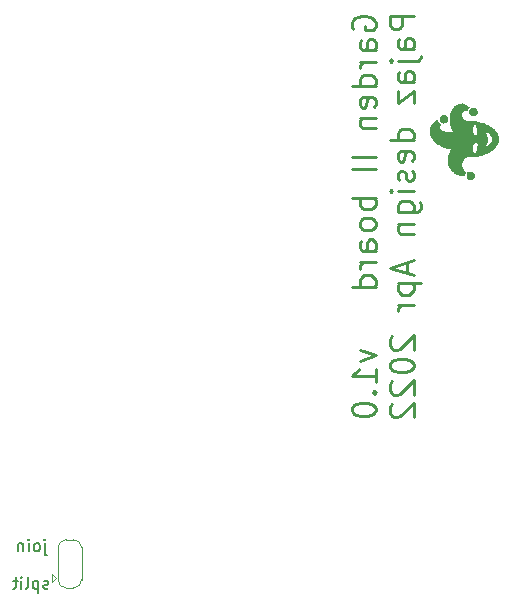
<source format=gbr>
%TF.GenerationSoftware,KiCad,Pcbnew,6.0.4-6f826c9f35~116~ubuntu20.04.1*%
%TF.CreationDate,2022-04-04T16:25:21+02:00*%
%TF.ProjectId,Hydroponics_board_v1,48796472-6f70-46f6-9e69-63735f626f61,rev?*%
%TF.SameCoordinates,Original*%
%TF.FileFunction,Legend,Bot*%
%TF.FilePolarity,Positive*%
%FSLAX46Y46*%
G04 Gerber Fmt 4.6, Leading zero omitted, Abs format (unit mm)*
G04 Created by KiCad (PCBNEW 6.0.4-6f826c9f35~116~ubuntu20.04.1) date 2022-04-04 16:25:21*
%MOMM*%
%LPD*%
G01*
G04 APERTURE LIST*
%ADD10C,0.000000*%
%ADD11C,0.250000*%
%ADD12C,0.150000*%
%ADD13C,0.120000*%
G04 APERTURE END LIST*
D10*
G36*
X156190596Y-50537079D02*
G01*
X156209135Y-50538489D01*
X156227406Y-50540812D01*
X156245384Y-50544024D01*
X156263047Y-50548101D01*
X156280372Y-50553023D01*
X156297336Y-50558764D01*
X156313916Y-50565303D01*
X156330089Y-50572616D01*
X156345833Y-50580681D01*
X156361123Y-50589474D01*
X156375937Y-50598972D01*
X156390253Y-50609153D01*
X156404047Y-50619994D01*
X156417296Y-50631471D01*
X156429977Y-50643562D01*
X156442068Y-50656243D01*
X156453545Y-50669492D01*
X156464386Y-50683286D01*
X156474567Y-50697602D01*
X156484065Y-50712416D01*
X156492858Y-50727707D01*
X156500923Y-50743450D01*
X156508236Y-50759623D01*
X156514775Y-50776203D01*
X156520516Y-50793167D01*
X156525437Y-50810492D01*
X156529515Y-50828155D01*
X156532727Y-50846133D01*
X156535049Y-50864404D01*
X156536460Y-50882943D01*
X156536935Y-50901729D01*
X156536460Y-50920515D01*
X156535049Y-50939054D01*
X156532727Y-50957324D01*
X156529515Y-50975303D01*
X156525437Y-50992966D01*
X156520516Y-51010291D01*
X156514775Y-51027255D01*
X156508236Y-51043835D01*
X156500923Y-51060008D01*
X156492858Y-51075751D01*
X156484065Y-51091041D01*
X156474567Y-51105856D01*
X156464386Y-51120172D01*
X156453545Y-51133965D01*
X156442068Y-51147215D01*
X156429977Y-51159896D01*
X156417296Y-51171987D01*
X156404047Y-51183464D01*
X156390253Y-51194304D01*
X156375937Y-51204486D01*
X156361123Y-51213984D01*
X156345832Y-51222777D01*
X156330089Y-51230842D01*
X156313916Y-51238155D01*
X156297336Y-51244694D01*
X156280372Y-51250435D01*
X156263047Y-51255356D01*
X156245384Y-51259434D01*
X156227406Y-51262646D01*
X156209135Y-51264968D01*
X156190596Y-51266379D01*
X156171810Y-51266854D01*
X156153024Y-51266379D01*
X156134485Y-51264968D01*
X156116214Y-51262646D01*
X156098236Y-51259434D01*
X156080573Y-51255356D01*
X156063248Y-51250435D01*
X156046284Y-51244694D01*
X156029704Y-51238155D01*
X156013531Y-51230842D01*
X155997788Y-51222777D01*
X155982497Y-51213984D01*
X155967683Y-51204486D01*
X155953367Y-51194304D01*
X155939573Y-51183464D01*
X155926324Y-51171987D01*
X155913643Y-51159896D01*
X155901552Y-51147215D01*
X155890075Y-51133965D01*
X155879234Y-51120172D01*
X155869053Y-51105856D01*
X155859555Y-51091041D01*
X155850762Y-51075751D01*
X155842697Y-51060008D01*
X155835384Y-51043835D01*
X155828845Y-51027255D01*
X155823104Y-51010291D01*
X155818182Y-50992966D01*
X155814105Y-50975303D01*
X155810893Y-50957324D01*
X155808570Y-50939054D01*
X155807160Y-50920515D01*
X155806685Y-50901729D01*
X155807160Y-50882943D01*
X155808570Y-50864404D01*
X155810893Y-50846133D01*
X155814105Y-50828155D01*
X155818182Y-50810492D01*
X155823104Y-50793167D01*
X155828845Y-50776203D01*
X155835384Y-50759623D01*
X155842697Y-50743450D01*
X155850762Y-50727706D01*
X155859555Y-50712416D01*
X155869053Y-50697602D01*
X155879234Y-50683286D01*
X155890075Y-50669492D01*
X155901552Y-50656243D01*
X155913643Y-50643562D01*
X155926324Y-50631471D01*
X155939573Y-50619994D01*
X155953367Y-50609153D01*
X155967683Y-50598972D01*
X155982497Y-50589474D01*
X155997788Y-50580681D01*
X156013531Y-50572616D01*
X156029704Y-50565303D01*
X156046284Y-50558764D01*
X156063248Y-50553023D01*
X156080573Y-50548101D01*
X156098236Y-50544024D01*
X156116215Y-50540812D01*
X156134485Y-50538489D01*
X156153024Y-50537079D01*
X156171810Y-50536604D01*
X156190596Y-50537079D01*
G37*
G36*
X157342186Y-51970141D02*
G01*
X157464430Y-52028861D01*
X157586272Y-52092883D01*
X157673386Y-52146447D01*
X157755490Y-52201585D01*
X157832508Y-52258321D01*
X157904367Y-52316679D01*
X157970993Y-52376684D01*
X158032310Y-52438360D01*
X158088244Y-52501730D01*
X158138722Y-52566818D01*
X158183668Y-52633649D01*
X158223008Y-52702247D01*
X158256668Y-52772635D01*
X158284573Y-52844837D01*
X158306650Y-52918879D01*
X158322822Y-52994783D01*
X158333017Y-53072573D01*
X158337159Y-53152275D01*
X158335710Y-53227317D01*
X158329402Y-53300444D01*
X158318422Y-53371659D01*
X158302956Y-53440964D01*
X158283190Y-53508365D01*
X158259311Y-53573863D01*
X158231504Y-53637463D01*
X158199956Y-53699169D01*
X158164854Y-53758983D01*
X158126383Y-53816909D01*
X158084729Y-53872950D01*
X158040080Y-53927111D01*
X157992620Y-53979395D01*
X157942537Y-54029804D01*
X157835245Y-54125015D01*
X157719692Y-54212773D01*
X157597370Y-54293104D01*
X157469767Y-54366038D01*
X157338374Y-54431601D01*
X157204680Y-54489822D01*
X157070175Y-54540729D01*
X156936350Y-54584350D01*
X156804693Y-54620712D01*
X156689566Y-54647969D01*
X156558366Y-54674853D01*
X156415061Y-54698810D01*
X156340110Y-54708893D01*
X156263620Y-54717285D01*
X156186089Y-54723669D01*
X156108012Y-54727724D01*
X156029886Y-54729131D01*
X155952206Y-54727571D01*
X155875468Y-54722724D01*
X155800169Y-54714272D01*
X155726805Y-54701893D01*
X155655872Y-54685271D01*
X155606375Y-54718138D01*
X155559883Y-54751927D01*
X155516398Y-54786599D01*
X155475925Y-54822117D01*
X155438466Y-54858444D01*
X155404025Y-54895543D01*
X155372605Y-54933376D01*
X155344210Y-54971905D01*
X155318842Y-55011095D01*
X155296505Y-55050907D01*
X155277203Y-55091303D01*
X155260938Y-55132248D01*
X155247714Y-55173703D01*
X155237535Y-55215631D01*
X155230403Y-55257995D01*
X155226321Y-55300758D01*
X155225294Y-55343881D01*
X155227324Y-55387329D01*
X155232415Y-55431063D01*
X155240570Y-55475047D01*
X155251791Y-55519242D01*
X155266084Y-55563613D01*
X155283450Y-55608120D01*
X155303894Y-55652728D01*
X155327418Y-55697398D01*
X155354025Y-55742094D01*
X155383720Y-55786779D01*
X155416505Y-55831414D01*
X155452384Y-55875962D01*
X155491359Y-55920387D01*
X155533435Y-55964651D01*
X155578614Y-56008716D01*
X155565936Y-56027811D01*
X155554112Y-56047199D01*
X155543164Y-56066887D01*
X155533114Y-56086884D01*
X155523985Y-56107197D01*
X155515799Y-56127835D01*
X155508579Y-56148804D01*
X155502348Y-56170112D01*
X155497127Y-56191768D01*
X155492940Y-56213779D01*
X155489808Y-56236152D01*
X155487755Y-56258896D01*
X155486802Y-56282019D01*
X155486972Y-56305527D01*
X155488288Y-56329429D01*
X155490772Y-56353733D01*
X155365123Y-56344267D01*
X155245144Y-56328983D01*
X155130827Y-56308057D01*
X155022163Y-56281666D01*
X154919143Y-56249985D01*
X154821756Y-56213189D01*
X154729995Y-56171455D01*
X154643850Y-56124959D01*
X154563311Y-56073877D01*
X154488369Y-56018383D01*
X154419016Y-55958655D01*
X154355242Y-55894868D01*
X154297038Y-55827198D01*
X154244394Y-55755820D01*
X154197301Y-55680911D01*
X154155751Y-55602647D01*
X154119734Y-55521203D01*
X154089241Y-55436755D01*
X154064262Y-55349479D01*
X154044788Y-55259552D01*
X154030811Y-55167148D01*
X154022321Y-55072443D01*
X154019308Y-54975614D01*
X154021765Y-54876837D01*
X154029680Y-54776287D01*
X154043046Y-54674140D01*
X154061852Y-54570572D01*
X154086090Y-54465758D01*
X154115751Y-54359876D01*
X154150825Y-54253100D01*
X154191303Y-54145606D01*
X154237177Y-54037570D01*
X154084138Y-54017458D01*
X153936524Y-53988605D01*
X153835227Y-53962135D01*
X156123006Y-53962135D01*
X156123010Y-53994759D01*
X156124710Y-54026914D01*
X156127988Y-54058461D01*
X156132725Y-54089267D01*
X156138803Y-54119194D01*
X156146105Y-54148108D01*
X156154512Y-54175872D01*
X156163905Y-54202350D01*
X156174168Y-54227407D01*
X156185181Y-54250906D01*
X156196827Y-54272713D01*
X156208987Y-54292690D01*
X156221544Y-54310703D01*
X156234379Y-54326615D01*
X156247374Y-54340291D01*
X156260411Y-54351594D01*
X156273372Y-54360389D01*
X156286139Y-54366540D01*
X156298594Y-54369911D01*
X156310618Y-54370366D01*
X156322094Y-54367770D01*
X156327731Y-54365345D01*
X156333331Y-54362235D01*
X156338896Y-54358436D01*
X156344426Y-54353946D01*
X156349922Y-54348761D01*
X156355385Y-54342879D01*
X156360815Y-54336296D01*
X156366213Y-54329009D01*
X156371580Y-54321015D01*
X156376917Y-54312311D01*
X156382225Y-54302894D01*
X156387504Y-54292761D01*
X156392754Y-54281908D01*
X156397978Y-54270333D01*
X156403176Y-54258033D01*
X156408348Y-54245004D01*
X156422534Y-54206659D01*
X156438938Y-54153976D01*
X156456431Y-54089989D01*
X156473881Y-54017735D01*
X156490160Y-53940250D01*
X156504137Y-53860571D01*
X156514435Y-53783570D01*
X157203685Y-53783570D01*
X157227218Y-53778807D01*
X157250391Y-53773442D01*
X157273203Y-53767469D01*
X157295653Y-53760882D01*
X157317739Y-53753676D01*
X157339463Y-53745842D01*
X157360822Y-53737377D01*
X157381816Y-53728272D01*
X157402444Y-53718523D01*
X157422705Y-53708123D01*
X157442599Y-53697065D01*
X157462125Y-53685344D01*
X157481282Y-53672953D01*
X157500069Y-53659886D01*
X157518486Y-53646137D01*
X157536531Y-53631699D01*
X157562016Y-53609751D01*
X157585794Y-53587376D01*
X157607882Y-53564596D01*
X157628293Y-53541431D01*
X157647042Y-53517902D01*
X157664145Y-53494029D01*
X157679616Y-53469832D01*
X157693470Y-53445333D01*
X157705722Y-53420552D01*
X157716386Y-53395510D01*
X157725478Y-53370226D01*
X157733012Y-53344722D01*
X157739003Y-53319017D01*
X157743466Y-53293134D01*
X157746416Y-53267091D01*
X157747867Y-53240910D01*
X157747834Y-53214611D01*
X157746333Y-53188215D01*
X157743378Y-53161742D01*
X157738984Y-53135213D01*
X157733165Y-53108648D01*
X157725937Y-53082068D01*
X157717314Y-53055494D01*
X157707311Y-53028946D01*
X157695943Y-53002444D01*
X157683225Y-52976009D01*
X157669172Y-52949662D01*
X157653798Y-52923422D01*
X157637118Y-52897312D01*
X157619148Y-52871351D01*
X157599901Y-52845559D01*
X157579393Y-52819958D01*
X157560735Y-52798421D01*
X157541652Y-52778236D01*
X157522114Y-52759366D01*
X157502094Y-52741774D01*
X157481561Y-52725421D01*
X157460489Y-52710272D01*
X157438847Y-52696288D01*
X157416608Y-52683433D01*
X157393743Y-52671669D01*
X157370222Y-52660960D01*
X157346018Y-52651267D01*
X157321102Y-52642555D01*
X157295445Y-52634785D01*
X157269017Y-52627920D01*
X157241792Y-52621923D01*
X157213739Y-52616758D01*
X157255920Y-52691253D01*
X157292723Y-52765518D01*
X157324076Y-52839556D01*
X157349909Y-52913372D01*
X157370152Y-52986972D01*
X157384733Y-53060359D01*
X157393584Y-53133538D01*
X157396632Y-53206514D01*
X157393808Y-53279292D01*
X157385041Y-53351876D01*
X157370261Y-53424271D01*
X157349396Y-53496481D01*
X157322377Y-53568511D01*
X157289132Y-53640367D01*
X157249592Y-53712051D01*
X157203685Y-53783570D01*
X156514435Y-53783570D01*
X156514681Y-53781734D01*
X156520663Y-53706775D01*
X156520952Y-53638730D01*
X156518609Y-53608249D01*
X156514418Y-53580636D01*
X156508240Y-53556269D01*
X156499932Y-53535528D01*
X156489353Y-53518794D01*
X156476362Y-53506444D01*
X156460818Y-53498859D01*
X156442579Y-53496419D01*
X156421504Y-53499502D01*
X156397452Y-53508489D01*
X156370282Y-53523759D01*
X156339852Y-53545691D01*
X156306021Y-53574666D01*
X156268648Y-53611062D01*
X156242205Y-53639896D01*
X156218757Y-53669755D01*
X156198186Y-53700501D01*
X156180373Y-53731999D01*
X156165201Y-53764114D01*
X156152551Y-53796709D01*
X156142306Y-53829648D01*
X156134347Y-53862796D01*
X156128556Y-53896018D01*
X156124815Y-53929176D01*
X156123006Y-53962135D01*
X153835227Y-53962135D01*
X153794566Y-53951510D01*
X153658495Y-53906669D01*
X153528543Y-53854579D01*
X153404940Y-53795738D01*
X153287919Y-53730641D01*
X153177711Y-53659787D01*
X153074546Y-53583672D01*
X152978656Y-53502792D01*
X152890273Y-53417646D01*
X152809627Y-53328730D01*
X152736950Y-53236541D01*
X152672473Y-53141575D01*
X152616428Y-53044331D01*
X152569045Y-52945304D01*
X152530556Y-52844993D01*
X152501193Y-52743892D01*
X152481187Y-52642501D01*
X152470768Y-52541316D01*
X152470168Y-52440833D01*
X152479619Y-52341549D01*
X152499352Y-52243963D01*
X152529597Y-52148570D01*
X152570587Y-52055867D01*
X152622553Y-51966352D01*
X152685725Y-51880521D01*
X152760336Y-51798872D01*
X152846616Y-51721901D01*
X152944796Y-51650106D01*
X153055109Y-51583983D01*
X153177785Y-51524029D01*
X153177763Y-51554474D01*
X153179519Y-51584482D01*
X153183108Y-51614037D01*
X153188583Y-51643125D01*
X153196000Y-51671728D01*
X153205411Y-51699832D01*
X153210882Y-51713692D01*
X153216872Y-51727422D01*
X153223388Y-51741019D01*
X153230437Y-51754481D01*
X153238025Y-51767807D01*
X153246160Y-51780995D01*
X153254847Y-51794042D01*
X153264095Y-51806947D01*
X153273909Y-51819708D01*
X153284297Y-51832323D01*
X153295264Y-51844789D01*
X153306819Y-51857106D01*
X153318967Y-51869271D01*
X153331716Y-51881282D01*
X153359043Y-51904835D01*
X153388854Y-51927748D01*
X153421202Y-51950008D01*
X153387858Y-52028607D01*
X153375966Y-52066126D01*
X153367279Y-52102450D01*
X153361812Y-52137575D01*
X153359579Y-52171496D01*
X153360593Y-52204206D01*
X153364870Y-52235700D01*
X153372424Y-52265974D01*
X153383268Y-52295021D01*
X153397417Y-52322837D01*
X153414886Y-52349416D01*
X153435688Y-52374753D01*
X153459838Y-52398842D01*
X153487350Y-52421679D01*
X153518238Y-52443257D01*
X153552516Y-52463572D01*
X153590199Y-52482618D01*
X153675837Y-52516883D01*
X153775265Y-52546008D01*
X153888596Y-52569952D01*
X154015946Y-52588670D01*
X154157426Y-52602122D01*
X154313153Y-52610264D01*
X154483239Y-52613054D01*
X154442149Y-52546506D01*
X154402955Y-52475323D01*
X154370542Y-52409419D01*
X156125743Y-52409419D01*
X156126272Y-52442411D01*
X156128721Y-52475673D01*
X156133214Y-52509072D01*
X156139874Y-52542478D01*
X156148825Y-52575758D01*
X156160190Y-52608782D01*
X156174092Y-52641418D01*
X156190654Y-52673534D01*
X156210000Y-52705000D01*
X156232253Y-52735684D01*
X156257535Y-52765454D01*
X156293422Y-52803270D01*
X156326059Y-52833534D01*
X156355573Y-52856630D01*
X156382089Y-52872943D01*
X156405734Y-52882856D01*
X156426635Y-52886755D01*
X156442579Y-52885247D01*
X156444918Y-52885025D01*
X156460710Y-52878050D01*
X156474137Y-52866215D01*
X156485325Y-52849904D01*
X156494402Y-52829503D01*
X156501492Y-52805395D01*
X156506724Y-52777966D01*
X156510222Y-52747600D01*
X156512527Y-52679596D01*
X156509418Y-52604461D01*
X156501908Y-52525272D01*
X156491006Y-52445106D01*
X156477726Y-52367041D01*
X156463079Y-52294153D01*
X156448075Y-52229522D01*
X156433728Y-52176222D01*
X156421048Y-52137333D01*
X156416359Y-52124111D01*
X156411622Y-52111628D01*
X156406834Y-52099878D01*
X156401997Y-52088856D01*
X156397111Y-52078557D01*
X156392175Y-52068974D01*
X156387189Y-52060103D01*
X156382154Y-52051939D01*
X156377069Y-52044475D01*
X156371934Y-52037706D01*
X156366750Y-52031627D01*
X156361516Y-52026233D01*
X156356233Y-52021517D01*
X156350900Y-52017476D01*
X156345517Y-52014102D01*
X156340085Y-52011391D01*
X156328747Y-52008385D01*
X156316741Y-52008407D01*
X156304191Y-52011325D01*
X156291220Y-52017009D01*
X156277951Y-52025327D01*
X156264508Y-52036148D01*
X156251014Y-52049339D01*
X156237592Y-52064771D01*
X156224365Y-52082311D01*
X156211457Y-52101828D01*
X156198991Y-52123190D01*
X156187090Y-52146267D01*
X156175877Y-52170926D01*
X156165476Y-52197037D01*
X156156009Y-52224468D01*
X156147601Y-52253088D01*
X156140374Y-52282765D01*
X156134451Y-52313368D01*
X156129956Y-52344766D01*
X156127013Y-52376826D01*
X156125743Y-52409419D01*
X154370542Y-52409419D01*
X154365863Y-52399905D01*
X154331080Y-52320655D01*
X154298812Y-52237976D01*
X154269265Y-52152269D01*
X154242646Y-52063937D01*
X154219160Y-51973382D01*
X154199015Y-51881007D01*
X154182416Y-51787212D01*
X154169570Y-51692401D01*
X154160682Y-51596976D01*
X154155960Y-51501339D01*
X154155610Y-51405893D01*
X154159837Y-51311038D01*
X154168848Y-51217178D01*
X154182850Y-51124715D01*
X154202048Y-51034051D01*
X154226650Y-50945589D01*
X154256860Y-50859729D01*
X154292886Y-50776876D01*
X154334934Y-50697430D01*
X154383211Y-50621794D01*
X154437921Y-50550370D01*
X154499272Y-50483561D01*
X154567470Y-50421769D01*
X154642722Y-50365395D01*
X154725233Y-50314843D01*
X154815209Y-50270513D01*
X154912858Y-50232810D01*
X155018386Y-50202133D01*
X155131997Y-50178887D01*
X155175827Y-50173582D01*
X155220199Y-50172114D01*
X155265110Y-50174428D01*
X155310558Y-50180466D01*
X155356539Y-50190173D01*
X155403051Y-50203490D01*
X155450089Y-50220363D01*
X155497652Y-50240734D01*
X155545735Y-50264546D01*
X155594336Y-50291743D01*
X155643452Y-50322269D01*
X155693080Y-50356067D01*
X155743216Y-50393080D01*
X155793857Y-50433252D01*
X155845001Y-50476526D01*
X155896643Y-50522845D01*
X155877730Y-50535440D01*
X155859689Y-50548621D01*
X155842521Y-50562388D01*
X155826231Y-50576746D01*
X155810822Y-50591696D01*
X155796296Y-50607240D01*
X155782657Y-50623382D01*
X155769908Y-50640122D01*
X155758052Y-50657464D01*
X155747092Y-50675410D01*
X155737031Y-50693962D01*
X155727872Y-50713122D01*
X155719619Y-50732893D01*
X155712274Y-50753278D01*
X155705841Y-50774278D01*
X155700323Y-50795895D01*
X155646096Y-50794044D01*
X155594685Y-50796192D01*
X155546158Y-50802133D01*
X155500586Y-50811663D01*
X155458036Y-50824575D01*
X155418578Y-50840665D01*
X155382280Y-50859726D01*
X155349212Y-50881554D01*
X155319442Y-50905943D01*
X155293039Y-50932688D01*
X155270072Y-50961583D01*
X155250610Y-50992423D01*
X155234722Y-51025002D01*
X155222477Y-51059116D01*
X155213943Y-51094557D01*
X155209190Y-51131123D01*
X155208286Y-51168605D01*
X155211300Y-51206801D01*
X155218301Y-51245503D01*
X155229359Y-51284507D01*
X155244541Y-51323606D01*
X155263918Y-51362597D01*
X155287557Y-51401273D01*
X155315527Y-51439428D01*
X155347898Y-51476859D01*
X155384739Y-51513358D01*
X155426118Y-51548721D01*
X155472103Y-51582742D01*
X155522766Y-51615216D01*
X155578173Y-51645937D01*
X155638393Y-51674700D01*
X155703497Y-51701300D01*
X155765950Y-51691993D01*
X155829417Y-51684989D01*
X155893496Y-51680108D01*
X155957786Y-51677173D01*
X156021888Y-51676006D01*
X156085399Y-51676427D01*
X156147920Y-51678259D01*
X156209050Y-51681324D01*
X156325532Y-51690438D01*
X156328747Y-51690798D01*
X156431639Y-51702342D01*
X156524165Y-51715610D01*
X156599905Y-51728817D01*
X156662357Y-51741678D01*
X156724699Y-51755855D01*
X156849052Y-51788158D01*
X156972971Y-51825732D01*
X157096462Y-51868583D01*
X157213739Y-51914452D01*
X157219531Y-51916717D01*
X157342186Y-51970141D01*
G37*
G36*
X153694517Y-51143504D02*
G01*
X153713056Y-51144914D01*
X153731326Y-51147237D01*
X153749305Y-51150449D01*
X153766968Y-51154526D01*
X153784293Y-51159448D01*
X153801257Y-51165189D01*
X153817837Y-51171728D01*
X153834010Y-51179041D01*
X153849753Y-51187106D01*
X153865043Y-51195899D01*
X153879858Y-51205397D01*
X153894174Y-51215578D01*
X153907967Y-51226419D01*
X153921217Y-51237896D01*
X153933898Y-51249987D01*
X153945989Y-51262668D01*
X153957466Y-51275917D01*
X153968307Y-51289711D01*
X153978488Y-51304027D01*
X153987986Y-51318841D01*
X153996779Y-51334132D01*
X154004844Y-51349875D01*
X154012157Y-51366048D01*
X154018696Y-51382628D01*
X154024437Y-51399592D01*
X154029358Y-51416917D01*
X154033436Y-51434580D01*
X154036648Y-51452558D01*
X154038970Y-51470829D01*
X154040381Y-51489368D01*
X154040856Y-51508154D01*
X154040381Y-51526940D01*
X154038970Y-51545479D01*
X154036648Y-51563749D01*
X154033436Y-51581728D01*
X154029358Y-51599391D01*
X154024437Y-51616716D01*
X154018696Y-51633680D01*
X154012157Y-51650260D01*
X154004844Y-51666433D01*
X153996779Y-51682176D01*
X153987986Y-51697466D01*
X153978488Y-51712281D01*
X153968307Y-51726597D01*
X153957466Y-51740390D01*
X153945989Y-51753640D01*
X153933898Y-51766321D01*
X153921217Y-51778412D01*
X153907967Y-51789889D01*
X153894174Y-51800730D01*
X153879858Y-51810911D01*
X153865043Y-51820409D01*
X153849753Y-51829202D01*
X153834010Y-51837267D01*
X153817837Y-51844580D01*
X153801257Y-51851119D01*
X153784293Y-51856860D01*
X153766968Y-51861781D01*
X153749305Y-51865859D01*
X153731326Y-51869071D01*
X153713056Y-51871393D01*
X153694517Y-51872804D01*
X153675731Y-51873279D01*
X153656945Y-51872804D01*
X153638406Y-51871393D01*
X153620135Y-51869071D01*
X153602157Y-51865859D01*
X153584494Y-51861781D01*
X153567169Y-51856860D01*
X153550205Y-51851119D01*
X153533625Y-51844580D01*
X153517452Y-51837267D01*
X153501709Y-51829202D01*
X153486418Y-51820409D01*
X153471604Y-51810911D01*
X153457288Y-51800730D01*
X153443494Y-51789889D01*
X153430245Y-51778412D01*
X153417564Y-51766321D01*
X153405473Y-51753640D01*
X153393996Y-51740390D01*
X153383155Y-51726597D01*
X153372974Y-51712281D01*
X153363476Y-51697466D01*
X153354683Y-51682176D01*
X153346618Y-51666433D01*
X153339305Y-51650260D01*
X153332766Y-51633680D01*
X153327025Y-51616716D01*
X153322104Y-51599391D01*
X153318026Y-51581728D01*
X153314814Y-51563749D01*
X153312492Y-51545479D01*
X153311081Y-51526940D01*
X153310606Y-51508154D01*
X153311081Y-51489368D01*
X153312492Y-51470829D01*
X153314814Y-51452558D01*
X153318026Y-51434580D01*
X153322104Y-51416917D01*
X153327025Y-51399592D01*
X153332766Y-51382628D01*
X153339305Y-51366048D01*
X153346618Y-51349875D01*
X153354683Y-51334131D01*
X153363476Y-51318841D01*
X153372974Y-51304027D01*
X153383155Y-51289711D01*
X153393996Y-51275917D01*
X153405473Y-51262668D01*
X153417564Y-51249987D01*
X153430245Y-51237896D01*
X153443494Y-51226419D01*
X153457288Y-51215578D01*
X153471604Y-51205397D01*
X153486418Y-51195899D01*
X153501709Y-51187106D01*
X153517452Y-51179041D01*
X153533625Y-51171728D01*
X153550205Y-51165189D01*
X153567169Y-51159448D01*
X153584494Y-51154526D01*
X153602157Y-51150449D01*
X153620135Y-51147237D01*
X153638406Y-51144914D01*
X153656945Y-51143504D01*
X153675731Y-51143029D01*
X153694517Y-51143504D01*
G37*
G36*
X155861313Y-55944633D02*
G01*
X155880889Y-55946043D01*
X155900800Y-55948366D01*
X155920981Y-55951577D01*
X155941365Y-55955655D01*
X155961885Y-55960576D01*
X155982476Y-55966318D01*
X156003072Y-55972857D01*
X156023605Y-55980170D01*
X156044010Y-55988234D01*
X156064221Y-55997027D01*
X156084171Y-56006526D01*
X156103793Y-56016707D01*
X156123023Y-56027548D01*
X156141792Y-56039025D01*
X156160036Y-56051115D01*
X156177687Y-56063797D01*
X156194680Y-56077046D01*
X156210949Y-56090840D01*
X156226426Y-56105156D01*
X156241046Y-56119970D01*
X156254742Y-56135260D01*
X156267448Y-56151004D01*
X156279099Y-56167177D01*
X156289626Y-56183757D01*
X156298966Y-56200721D01*
X156307050Y-56218046D01*
X156313813Y-56235709D01*
X156319188Y-56253687D01*
X156323110Y-56271958D01*
X156325511Y-56290497D01*
X156326327Y-56309283D01*
X156325852Y-56328069D01*
X156324441Y-56346608D01*
X156322119Y-56364879D01*
X156318907Y-56382857D01*
X156314829Y-56400520D01*
X156309908Y-56417845D01*
X156304166Y-56434809D01*
X156297628Y-56451389D01*
X156290314Y-56467562D01*
X156282250Y-56483305D01*
X156273457Y-56498596D01*
X156263958Y-56513410D01*
X156253777Y-56527726D01*
X156242937Y-56541520D01*
X156231460Y-56554769D01*
X156219369Y-56567450D01*
X156206687Y-56579541D01*
X156193438Y-56591018D01*
X156179644Y-56601859D01*
X156165329Y-56612040D01*
X156150514Y-56621538D01*
X156135224Y-56630331D01*
X156119481Y-56638396D01*
X156103308Y-56645709D01*
X156086727Y-56652248D01*
X156069763Y-56657989D01*
X156052438Y-56662911D01*
X156034775Y-56666989D01*
X156016797Y-56670200D01*
X155998527Y-56672523D01*
X155979987Y-56673933D01*
X155961201Y-56674408D01*
X155942416Y-56673933D01*
X155923876Y-56672523D01*
X155905606Y-56670200D01*
X155887628Y-56666988D01*
X155869965Y-56662911D01*
X155852640Y-56657989D01*
X155835676Y-56652248D01*
X155819096Y-56645709D01*
X155802923Y-56638396D01*
X155787179Y-56630331D01*
X155771889Y-56621538D01*
X155757075Y-56612040D01*
X155742759Y-56601859D01*
X155728965Y-56591018D01*
X155715716Y-56579541D01*
X155703035Y-56567450D01*
X155690944Y-56554769D01*
X155679467Y-56541520D01*
X155668626Y-56527726D01*
X155658445Y-56513410D01*
X155648947Y-56498596D01*
X155640154Y-56483305D01*
X155632089Y-56467562D01*
X155624776Y-56451389D01*
X155618237Y-56434809D01*
X155612496Y-56417845D01*
X155607574Y-56400520D01*
X155603496Y-56382857D01*
X155600285Y-56364879D01*
X155597962Y-56346608D01*
X155596552Y-56328069D01*
X155596077Y-56309283D01*
X155596619Y-56271958D01*
X155598359Y-56235709D01*
X155601462Y-56200721D01*
X155606098Y-56167177D01*
X155609042Y-56151004D01*
X155612432Y-56135260D01*
X155616289Y-56119970D01*
X155620633Y-56105156D01*
X155625486Y-56090840D01*
X155630868Y-56077046D01*
X155636801Y-56063797D01*
X155643305Y-56051115D01*
X155650401Y-56039025D01*
X155658110Y-56027548D01*
X155666453Y-56016707D01*
X155675452Y-56006526D01*
X155685126Y-55997027D01*
X155695497Y-55988234D01*
X155706586Y-55980170D01*
X155718413Y-55972857D01*
X155731001Y-55966318D01*
X155744368Y-55960576D01*
X155758538Y-55955655D01*
X155773529Y-55951577D01*
X155789364Y-55948366D01*
X155806064Y-55946043D01*
X155823648Y-55944633D01*
X155842139Y-55944158D01*
X155861313Y-55944633D01*
G37*
D11*
X145980000Y-43880476D02*
X145884761Y-43690000D01*
X145884761Y-43404285D01*
X145980000Y-43118571D01*
X146170476Y-42928095D01*
X146360952Y-42832857D01*
X146741904Y-42737619D01*
X147027619Y-42737619D01*
X147408571Y-42832857D01*
X147599047Y-42928095D01*
X147789523Y-43118571D01*
X147884761Y-43404285D01*
X147884761Y-43594761D01*
X147789523Y-43880476D01*
X147694285Y-43975714D01*
X147027619Y-43975714D01*
X147027619Y-43594761D01*
X147884761Y-45690000D02*
X146837142Y-45690000D01*
X146646666Y-45594761D01*
X146551428Y-45404285D01*
X146551428Y-45023333D01*
X146646666Y-44832857D01*
X147789523Y-45690000D02*
X147884761Y-45499523D01*
X147884761Y-45023333D01*
X147789523Y-44832857D01*
X147599047Y-44737619D01*
X147408571Y-44737619D01*
X147218095Y-44832857D01*
X147122857Y-45023333D01*
X147122857Y-45499523D01*
X147027619Y-45690000D01*
X147884761Y-46642380D02*
X146551428Y-46642380D01*
X146932380Y-46642380D02*
X146741904Y-46737619D01*
X146646666Y-46832857D01*
X146551428Y-47023333D01*
X146551428Y-47213809D01*
X147884761Y-48737619D02*
X145884761Y-48737619D01*
X147789523Y-48737619D02*
X147884761Y-48547142D01*
X147884761Y-48166190D01*
X147789523Y-47975714D01*
X147694285Y-47880476D01*
X147503809Y-47785238D01*
X146932380Y-47785238D01*
X146741904Y-47880476D01*
X146646666Y-47975714D01*
X146551428Y-48166190D01*
X146551428Y-48547142D01*
X146646666Y-48737619D01*
X147789523Y-50451904D02*
X147884761Y-50261428D01*
X147884761Y-49880476D01*
X147789523Y-49690000D01*
X147599047Y-49594761D01*
X146837142Y-49594761D01*
X146646666Y-49690000D01*
X146551428Y-49880476D01*
X146551428Y-50261428D01*
X146646666Y-50451904D01*
X146837142Y-50547142D01*
X147027619Y-50547142D01*
X147218095Y-49594761D01*
X146551428Y-51404285D02*
X147884761Y-51404285D01*
X146741904Y-51404285D02*
X146646666Y-51499523D01*
X146551428Y-51690000D01*
X146551428Y-51975714D01*
X146646666Y-52166190D01*
X146837142Y-52261428D01*
X147884761Y-52261428D01*
X147884761Y-54737619D02*
X145884761Y-54737619D01*
X147884761Y-55690000D02*
X145884761Y-55690000D01*
X147884761Y-58166190D02*
X145884761Y-58166190D01*
X146646666Y-58166190D02*
X146551428Y-58356666D01*
X146551428Y-58737619D01*
X146646666Y-58928095D01*
X146741904Y-59023333D01*
X146932380Y-59118571D01*
X147503809Y-59118571D01*
X147694285Y-59023333D01*
X147789523Y-58928095D01*
X147884761Y-58737619D01*
X147884761Y-58356666D01*
X147789523Y-58166190D01*
X147884761Y-60261428D02*
X147789523Y-60070952D01*
X147694285Y-59975714D01*
X147503809Y-59880476D01*
X146932380Y-59880476D01*
X146741904Y-59975714D01*
X146646666Y-60070952D01*
X146551428Y-60261428D01*
X146551428Y-60547142D01*
X146646666Y-60737619D01*
X146741904Y-60832857D01*
X146932380Y-60928095D01*
X147503809Y-60928095D01*
X147694285Y-60832857D01*
X147789523Y-60737619D01*
X147884761Y-60547142D01*
X147884761Y-60261428D01*
X147884761Y-62642380D02*
X146837142Y-62642380D01*
X146646666Y-62547142D01*
X146551428Y-62356666D01*
X146551428Y-61975714D01*
X146646666Y-61785238D01*
X147789523Y-62642380D02*
X147884761Y-62451904D01*
X147884761Y-61975714D01*
X147789523Y-61785238D01*
X147599047Y-61690000D01*
X147408571Y-61690000D01*
X147218095Y-61785238D01*
X147122857Y-61975714D01*
X147122857Y-62451904D01*
X147027619Y-62642380D01*
X147884761Y-63594761D02*
X146551428Y-63594761D01*
X146932380Y-63594761D02*
X146741904Y-63690000D01*
X146646666Y-63785238D01*
X146551428Y-63975714D01*
X146551428Y-64166190D01*
X147884761Y-65690000D02*
X145884761Y-65690000D01*
X147789523Y-65690000D02*
X147884761Y-65499523D01*
X147884761Y-65118571D01*
X147789523Y-64928095D01*
X147694285Y-64832857D01*
X147503809Y-64737619D01*
X146932380Y-64737619D01*
X146741904Y-64832857D01*
X146646666Y-64928095D01*
X146551428Y-65118571D01*
X146551428Y-65499523D01*
X146646666Y-65690000D01*
X146551428Y-71023333D02*
X147884761Y-71499523D01*
X146551428Y-71975714D01*
X147884761Y-73785238D02*
X147884761Y-72642380D01*
X147884761Y-73213809D02*
X145884761Y-73213809D01*
X146170476Y-73023333D01*
X146360952Y-72832857D01*
X146456190Y-72642380D01*
X147694285Y-74642380D02*
X147789523Y-74737619D01*
X147884761Y-74642380D01*
X147789523Y-74547142D01*
X147694285Y-74642380D01*
X147884761Y-74642380D01*
X145884761Y-75975714D02*
X145884761Y-76166190D01*
X145980000Y-76356666D01*
X146075238Y-76451904D01*
X146265714Y-76547142D01*
X146646666Y-76642380D01*
X147122857Y-76642380D01*
X147503809Y-76547142D01*
X147694285Y-76451904D01*
X147789523Y-76356666D01*
X147884761Y-76166190D01*
X147884761Y-75975714D01*
X147789523Y-75785238D01*
X147694285Y-75690000D01*
X147503809Y-75594761D01*
X147122857Y-75499523D01*
X146646666Y-75499523D01*
X146265714Y-75594761D01*
X146075238Y-75690000D01*
X145980000Y-75785238D01*
X145884761Y-75975714D01*
X151104761Y-42737619D02*
X149104761Y-42737619D01*
X149104761Y-43499523D01*
X149200000Y-43690000D01*
X149295238Y-43785238D01*
X149485714Y-43880476D01*
X149771428Y-43880476D01*
X149961904Y-43785238D01*
X150057142Y-43690000D01*
X150152380Y-43499523D01*
X150152380Y-42737619D01*
X151104761Y-45594761D02*
X150057142Y-45594761D01*
X149866666Y-45499523D01*
X149771428Y-45309047D01*
X149771428Y-44928095D01*
X149866666Y-44737619D01*
X151009523Y-45594761D02*
X151104761Y-45404285D01*
X151104761Y-44928095D01*
X151009523Y-44737619D01*
X150819047Y-44642380D01*
X150628571Y-44642380D01*
X150438095Y-44737619D01*
X150342857Y-44928095D01*
X150342857Y-45404285D01*
X150247619Y-45594761D01*
X149771428Y-46547142D02*
X151485714Y-46547142D01*
X151676190Y-46451904D01*
X151771428Y-46261428D01*
X151771428Y-46166190D01*
X149104761Y-46547142D02*
X149200000Y-46451904D01*
X149295238Y-46547142D01*
X149200000Y-46642380D01*
X149104761Y-46547142D01*
X149295238Y-46547142D01*
X151104761Y-48356666D02*
X150057142Y-48356666D01*
X149866666Y-48261428D01*
X149771428Y-48070952D01*
X149771428Y-47690000D01*
X149866666Y-47499523D01*
X151009523Y-48356666D02*
X151104761Y-48166190D01*
X151104761Y-47690000D01*
X151009523Y-47499523D01*
X150819047Y-47404285D01*
X150628571Y-47404285D01*
X150438095Y-47499523D01*
X150342857Y-47690000D01*
X150342857Y-48166190D01*
X150247619Y-48356666D01*
X149771428Y-49118571D02*
X149771428Y-50166190D01*
X151104761Y-49118571D01*
X151104761Y-50166190D01*
X151104761Y-53309047D02*
X149104761Y-53309047D01*
X151009523Y-53309047D02*
X151104761Y-53118571D01*
X151104761Y-52737619D01*
X151009523Y-52547142D01*
X150914285Y-52451904D01*
X150723809Y-52356666D01*
X150152380Y-52356666D01*
X149961904Y-52451904D01*
X149866666Y-52547142D01*
X149771428Y-52737619D01*
X149771428Y-53118571D01*
X149866666Y-53309047D01*
X151009523Y-55023333D02*
X151104761Y-54832857D01*
X151104761Y-54451904D01*
X151009523Y-54261428D01*
X150819047Y-54166190D01*
X150057142Y-54166190D01*
X149866666Y-54261428D01*
X149771428Y-54451904D01*
X149771428Y-54832857D01*
X149866666Y-55023333D01*
X150057142Y-55118571D01*
X150247619Y-55118571D01*
X150438095Y-54166190D01*
X151009523Y-55880476D02*
X151104761Y-56070952D01*
X151104761Y-56451904D01*
X151009523Y-56642380D01*
X150819047Y-56737619D01*
X150723809Y-56737619D01*
X150533333Y-56642380D01*
X150438095Y-56451904D01*
X150438095Y-56166190D01*
X150342857Y-55975714D01*
X150152380Y-55880476D01*
X150057142Y-55880476D01*
X149866666Y-55975714D01*
X149771428Y-56166190D01*
X149771428Y-56451904D01*
X149866666Y-56642380D01*
X151104761Y-57594761D02*
X149771428Y-57594761D01*
X149104761Y-57594761D02*
X149200000Y-57499523D01*
X149295238Y-57594761D01*
X149200000Y-57690000D01*
X149104761Y-57594761D01*
X149295238Y-57594761D01*
X149771428Y-59404285D02*
X151390476Y-59404285D01*
X151580952Y-59309047D01*
X151676190Y-59213809D01*
X151771428Y-59023333D01*
X151771428Y-58737619D01*
X151676190Y-58547142D01*
X151009523Y-59404285D02*
X151104761Y-59213809D01*
X151104761Y-58832857D01*
X151009523Y-58642380D01*
X150914285Y-58547142D01*
X150723809Y-58451904D01*
X150152380Y-58451904D01*
X149961904Y-58547142D01*
X149866666Y-58642380D01*
X149771428Y-58832857D01*
X149771428Y-59213809D01*
X149866666Y-59404285D01*
X149771428Y-60356666D02*
X151104761Y-60356666D01*
X149961904Y-60356666D02*
X149866666Y-60451904D01*
X149771428Y-60642380D01*
X149771428Y-60928095D01*
X149866666Y-61118571D01*
X150057142Y-61213809D01*
X151104761Y-61213809D01*
X150533333Y-63594761D02*
X150533333Y-64547142D01*
X151104761Y-63404285D02*
X149104761Y-64070952D01*
X151104761Y-64737619D01*
X149771428Y-65404285D02*
X151771428Y-65404285D01*
X149866666Y-65404285D02*
X149771428Y-65594761D01*
X149771428Y-65975714D01*
X149866666Y-66166190D01*
X149961904Y-66261428D01*
X150152380Y-66356666D01*
X150723809Y-66356666D01*
X150914285Y-66261428D01*
X151009523Y-66166190D01*
X151104761Y-65975714D01*
X151104761Y-65594761D01*
X151009523Y-65404285D01*
X151104761Y-67213809D02*
X149771428Y-67213809D01*
X150152380Y-67213809D02*
X149961904Y-67309047D01*
X149866666Y-67404285D01*
X149771428Y-67594761D01*
X149771428Y-67785238D01*
X149295238Y-69880476D02*
X149200000Y-69975714D01*
X149104761Y-70166190D01*
X149104761Y-70642380D01*
X149200000Y-70832857D01*
X149295238Y-70928095D01*
X149485714Y-71023333D01*
X149676190Y-71023333D01*
X149961904Y-70928095D01*
X151104761Y-69785238D01*
X151104761Y-71023333D01*
X149104761Y-72261428D02*
X149104761Y-72451904D01*
X149200000Y-72642380D01*
X149295238Y-72737619D01*
X149485714Y-72832857D01*
X149866666Y-72928095D01*
X150342857Y-72928095D01*
X150723809Y-72832857D01*
X150914285Y-72737619D01*
X151009523Y-72642380D01*
X151104761Y-72451904D01*
X151104761Y-72261428D01*
X151009523Y-72070952D01*
X150914285Y-71975714D01*
X150723809Y-71880476D01*
X150342857Y-71785238D01*
X149866666Y-71785238D01*
X149485714Y-71880476D01*
X149295238Y-71975714D01*
X149200000Y-72070952D01*
X149104761Y-72261428D01*
X149295238Y-73690000D02*
X149200000Y-73785238D01*
X149104761Y-73975714D01*
X149104761Y-74451904D01*
X149200000Y-74642380D01*
X149295238Y-74737619D01*
X149485714Y-74832857D01*
X149676190Y-74832857D01*
X149961904Y-74737619D01*
X151104761Y-73594761D01*
X151104761Y-74832857D01*
X149295238Y-75594761D02*
X149200000Y-75690000D01*
X149104761Y-75880476D01*
X149104761Y-76356666D01*
X149200000Y-76547142D01*
X149295238Y-76642380D01*
X149485714Y-76737619D01*
X149676190Y-76737619D01*
X149961904Y-76642380D01*
X151104761Y-75499523D01*
X151104761Y-76737619D01*
D12*
X119887857Y-87415714D02*
X119887857Y-88272857D01*
X119935476Y-88368095D01*
X120030714Y-88415714D01*
X120078333Y-88415714D01*
X119887857Y-87082380D02*
X119935476Y-87130000D01*
X119887857Y-87177619D01*
X119840238Y-87130000D01*
X119887857Y-87082380D01*
X119887857Y-87177619D01*
X119268809Y-88082380D02*
X119364047Y-88034761D01*
X119411666Y-87987142D01*
X119459285Y-87891904D01*
X119459285Y-87606190D01*
X119411666Y-87510952D01*
X119364047Y-87463333D01*
X119268809Y-87415714D01*
X119125952Y-87415714D01*
X119030714Y-87463333D01*
X118983095Y-87510952D01*
X118935476Y-87606190D01*
X118935476Y-87891904D01*
X118983095Y-87987142D01*
X119030714Y-88034761D01*
X119125952Y-88082380D01*
X119268809Y-88082380D01*
X118506904Y-88082380D02*
X118506904Y-87415714D01*
X118506904Y-87082380D02*
X118554523Y-87130000D01*
X118506904Y-87177619D01*
X118459285Y-87130000D01*
X118506904Y-87082380D01*
X118506904Y-87177619D01*
X118030714Y-87415714D02*
X118030714Y-88082380D01*
X118030714Y-87510952D02*
X117983095Y-87463333D01*
X117887857Y-87415714D01*
X117745000Y-87415714D01*
X117649761Y-87463333D01*
X117602142Y-87558571D01*
X117602142Y-88082380D01*
X120197380Y-91209761D02*
X120102142Y-91257380D01*
X119911666Y-91257380D01*
X119816428Y-91209761D01*
X119768809Y-91114523D01*
X119768809Y-91066904D01*
X119816428Y-90971666D01*
X119911666Y-90924047D01*
X120054523Y-90924047D01*
X120149761Y-90876428D01*
X120197380Y-90781190D01*
X120197380Y-90733571D01*
X120149761Y-90638333D01*
X120054523Y-90590714D01*
X119911666Y-90590714D01*
X119816428Y-90638333D01*
X119340238Y-90590714D02*
X119340238Y-91590714D01*
X119340238Y-90638333D02*
X119245000Y-90590714D01*
X119054523Y-90590714D01*
X118959285Y-90638333D01*
X118911666Y-90685952D01*
X118864047Y-90781190D01*
X118864047Y-91066904D01*
X118911666Y-91162142D01*
X118959285Y-91209761D01*
X119054523Y-91257380D01*
X119245000Y-91257380D01*
X119340238Y-91209761D01*
X118292619Y-91257380D02*
X118387857Y-91209761D01*
X118435476Y-91114523D01*
X118435476Y-90257380D01*
X117911666Y-91257380D02*
X117911666Y-90590714D01*
X117911666Y-90257380D02*
X117959285Y-90305000D01*
X117911666Y-90352619D01*
X117864047Y-90305000D01*
X117911666Y-90257380D01*
X117911666Y-90352619D01*
X117578333Y-90590714D02*
X117197380Y-90590714D01*
X117435476Y-90257380D02*
X117435476Y-91114523D01*
X117387857Y-91209761D01*
X117292619Y-91257380D01*
X117197380Y-91257380D01*
D13*
%TO.C,JP7*%
X123000000Y-90554000D02*
X123000000Y-87754000D01*
X120800000Y-90354000D02*
X120500000Y-90054000D01*
X121700000Y-91204000D02*
X122300000Y-91204000D01*
X120500000Y-90654000D02*
X120500000Y-90054000D01*
X120800000Y-90354000D02*
X120500000Y-90654000D01*
X122300000Y-87104000D02*
X121700000Y-87104000D01*
X121000000Y-87754000D02*
X121000000Y-90554000D01*
X121000000Y-90504000D02*
G75*
G03*
X121700000Y-91204000I699999J-1D01*
G01*
X123000000Y-87804000D02*
G75*
G03*
X122300000Y-87104000I-700000J0D01*
G01*
X121700000Y-87104000D02*
G75*
G03*
X121000000Y-87804000I0J-700000D01*
G01*
X122300000Y-91204000D02*
G75*
G03*
X123000000Y-90504000I1J699999D01*
G01*
%TD*%
M02*

</source>
